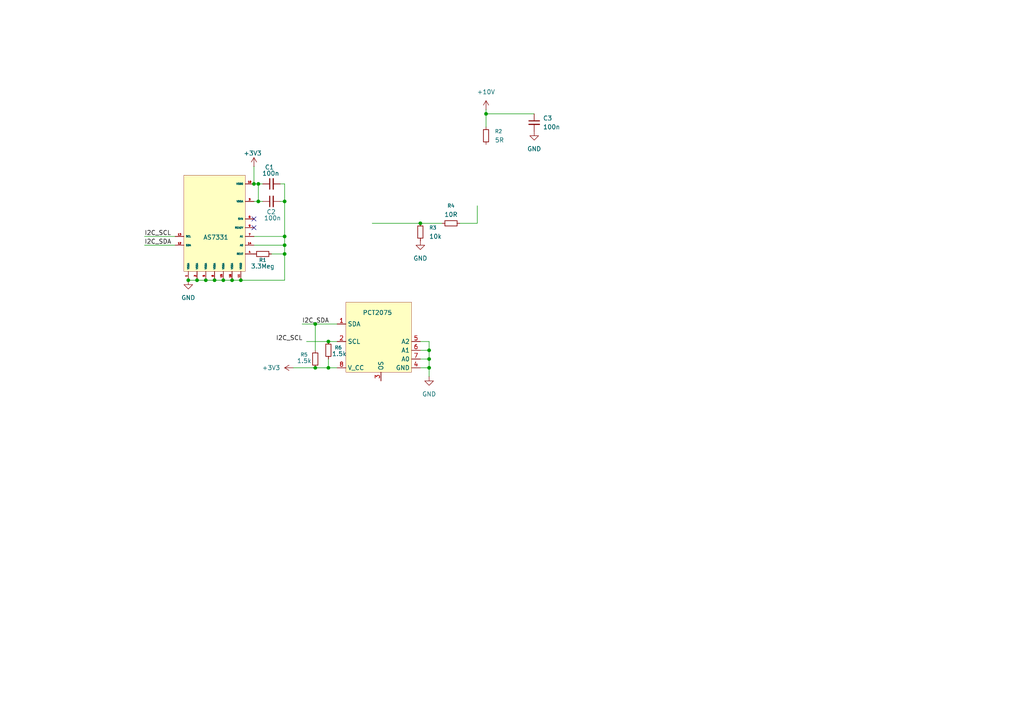
<source format=kicad_sch>
(kicad_sch (version 20250114) (generator "eeschema") (generator_version "9.0")
  (paper "A4")
  (lib_symbols
    (symbol "Device:C_Small" (pin_numbers (hide yes)) (pin_names (offset 0.254) (hide yes))
      (property "Reference" "C" (at 0.254 1.778 0))
      (property "Value" "C_Small" (at 0.254 -2.032 0))
      (symbol "C_Small_0_1"
        (polyline (pts (xy -1.524 0.508) (xy 1.524 0.508)) (stroke (width 0.3048)))
        (polyline (pts (xy -1.524 -0.508) (xy 1.524 -0.508)) (stroke (width 0.3302)))
      )
      (symbol "C_Small_1_1"
        (pin passive line (at 0 2.54 270) (length 2.032) (name "~") (number "1"))
        (pin passive line (at 0 -2.54 90) (length 2.032) (name "~") (number "2"))
      )
    )
    (symbol "Device:R_Small" (pin_numbers (hide yes)) (pin_names (offset 0.254) (hide yes))
      (property "Reference" "R" (at 0 0 90))
      (property "Value" "R_Small" (at 1.778 0 90))
      (symbol "R_Small_0_1"
        (rectangle (start -0.762 1.778) (end 0.762 -1.778) (stroke (width 0.2032)))
      )
      (symbol "R_Small_1_1"
        (pin passive line (at 0 2.54 270) (length 0.762) (name "~") (number "1"))
        (pin passive line (at 0 -2.54 90) (length 0.762) (name "~") (number "2"))
      )
    )
    (symbol "SO_Symbols:AS7331-AQFM"
      (property "Value" "AS7331" (at -3.302 -0.254 0))
      (symbol "AS7331-AQFM_1_1"
        (rectangle (start -8.89 17.78) (end 8.89 -10.16) (stroke (width 0.0065)) (fill (type background)))
        (pin input line (at -11.43 0 0) (length 2.54) (name "SCL") (number "13"))
        (pin open_collector line (at -11.43 -2.54 0) (length 2.54) (name "SDA") (number "12"))
        (pin power_in line (at -7.62 -12.7 90) (length 2.54) (name "VSSA") (number "1"))
        (pin power_in line (at -5.08 -12.7 90) (length 2.54) (name "VSSA") (number "2"))
        (pin power_in line (at -2.54 -12.7 90) (length 2.54) (name "VSSA") (number "5"))
        (pin power_in line (at 0 -12.7 90) (length 2.54) (name "VSSA") (number "6"))
        (pin power_in line (at 2.54 -12.7 90) (length 2.54) (name "VSSA") (number "15"))
        (pin power_in line (at 5.08 -12.7 90) (length 2.54) (name "VSSA") (number "16"))
        (pin power_in line (at 7.62 -12.7 90) (length 2.54) (name "VSSD") (number "11"))
        (pin power_in line (at 11.43 15.24 180) (length 2.54) (name "VDDD") (number "10"))
        (pin power_in line (at 11.43 10.16 180) (length 2.54) (name "VDDA") (number "3"))
        (pin input line (at 11.43 5.08 180) (length 2.54) (name "SYN") (number "8"))
        (pin output line (at 11.43 2.54 180) (length 2.54) (name "READY") (number "9"))
        (pin input line (at 11.43 0 180) (length 2.54) (name "A1") (number "7"))
        (pin input line (at 11.43 -2.54 180) (length 2.54) (name "A0") (number "14"))
        (pin passive line (at 11.43 -5.08 180) (length 2.54) (name "REXT") (number "4"))
      )
    )
    (symbol "power:+10V" (power) (pin_numbers (hide yes)) (pin_names (offset 0) (hide yes))
      (property "Value" "+10V" (at 0 3.556 0))
      (symbol "+10V_0_1"
        (polyline (pts (xy -0.762 1.27) (xy 0 2.54)))
        (polyline (pts (xy 0 2.54) (xy 0.762 1.27)))
        (polyline (pts (xy 0 0) (xy 0 2.54)))
      )
      (symbol "+10V_1_1"
        (pin power_in line (at 0 0 90) (length 0) (name "~") (number "1"))
      )
    )
    (symbol "power:+3V3" (power) (pin_numbers (hide yes)) (pin_names (offset 0) (hide yes))
      (property "Value" "+3V3" (at 0 3.556 0))
      (symbol "+3V3_0_1"
        (polyline (pts (xy -0.762 1.27) (xy 0 2.54)))
        (polyline (pts (xy 0 2.54) (xy 0.762 1.27)))
        (polyline (pts (xy 0 0) (xy 0 2.54)))
      )
      (symbol "+3V3_1_1"
        (pin power_in line (at 0 0 90) (length 0) (name "~") (number "1"))
      )
    )
    (symbol "power:GND" (power) (pin_numbers (hide yes)) (pin_names (offset 0) (hide yes))
      (property "Value" "GND" (at 0 -3.81 0))
      (symbol "GND_0_1"
        (polyline (pts (xy 0 0) (xy 0 -1.27) (xy 1.27 -1.27) (xy 0 -2.54) (xy -1.27 -1.27) (xy 0 -1.27)))
      )
      (symbol "GND_1_1"
        (pin power_in line (at 0 0 270) (length 0) (name "~") (number "1"))
      )
    )
    (symbol "so_26_obc_library:PCT2075"
      (property "Value" "PCT2075" (at 0.254 19.812 0))
      (symbol "PCT2075_1_1"
        (rectangle (start -8.89 22.86) (end 10.16 2.54) (stroke (width 0.0065)) (fill (type background)))
        (pin input line (at -11.43 16.51 0) (length 2.54) (name "SDA") (number "1"))
        (pin input line (at -11.43 11.43 0) (length 2.54) (name "SCL") (number "2"))
        (pin power_in line (at -11.43 3.81 0) (length 2.54) (name "V_CC") (number "8"))
        (pin input line (at 1.27 0 90) (length 2.54) (name "OS") (number "3"))
        (pin input line (at 12.7 11.43 180) (length 2.54) (name "A2") (number "5"))
        (pin input line (at 12.7 8.89 180) (length 2.54) (name "A1") (number "6"))
        (pin input line (at 12.7 6.35 180) (length 2.54) (name "A0") (number "7"))
        (pin input line (at 12.7 3.81 180) (length 2.54) (name "GND") (number "4"))
      )
    )
  )
  (junction (at 62.23 81.28))
  (junction (at 69.85 81.28))
  (junction (at 73.66 53.34))
  (junction (at 54.61 81.28))
  (junction (at 82.55 68.58))
  (junction (at 57.15 81.28))
  (junction (at 64.77 81.28))
  (junction (at 82.55 58.42))
  (junction (at 82.55 73.66))
  (junction (at 95.25 106.68))
  (junction (at 91.44 93.98))
  (junction (at 67.31 81.28))
  (junction (at 59.69 81.28))
  (junction (at 91.44 106.68))
  (junction (at 95.25 99.06))
  (junction (at 82.55 71.12))
  (junction (at 124.46 106.68))
  (junction (at 121.92 64.77))
  (junction (at 140.97 33.02))
  (junction (at 74.93 58.42))
  (junction (at 124.46 104.14))
  (junction (at 74.93 53.34))
  (junction (at 124.46 101.6))
  (no_connect (at 73.66 66.04))
  (no_connect (at 73.66 63.5))
  (wire (pts (xy 67.31 81.28) (xy 69.85 81.28)))
  (wire (pts (xy 91.44 93.98) (xy 91.44 101.6)))
  (wire (pts (xy 76.2 58.42) (xy 74.93 58.42)))
  (wire (pts (xy 121.92 104.14) (xy 124.46 104.14)))
  (wire (pts (xy 121.92 106.68) (xy 124.46 106.68)))
  (wire (pts (xy 74.93 53.34) (xy 76.2 53.34)))
  (wire (pts (xy 88.9 99.06) (xy 95.25 99.06)))
  (wire (pts (xy 81.28 53.34) (xy 82.55 53.34)))
  (wire (pts (xy 124.46 99.06) (xy 124.46 101.6)))
  (wire (pts (xy 82.55 73.66) (xy 82.55 81.28)))
  (wire (pts (xy 73.66 53.34) (xy 74.93 53.34)))
  (wire (pts (xy 95.25 104.14) (xy 95.25 106.68)))
  (wire (pts (xy 82.55 71.12) (xy 82.55 73.66)))
  (wire (pts (xy 82.55 68.58) (xy 82.55 71.12)))
  (wire (pts (xy 78.74 73.66) (xy 82.55 73.66)))
  (wire (pts (xy 81.28 58.42) (xy 82.55 58.42)))
  (wire (pts (xy 74.93 58.42) (xy 73.66 58.42)))
  (wire (pts (xy 64.77 81.28) (xy 67.31 81.28)))
  (wire (pts (xy 97.79 106.68) (xy 95.25 106.68)))
  (wire (pts (xy 57.15 81.28) (xy 59.69 81.28)))
  (wire (pts (xy 124.46 101.6) (xy 124.46 104.14)))
  (wire (pts (xy 54.61 81.28) (xy 57.15 81.28)))
  (wire (pts (xy 95.25 99.06) (xy 97.79 99.06)))
  (wire (pts (xy 73.66 48.26) (xy 73.66 53.34)))
  (wire (pts (xy 87.63 93.98) (xy 91.44 93.98)))
  (wire (pts (xy 133.35 64.77) (xy 138.43 64.77)))
  (wire (pts (xy 154.94 33.02) (xy 140.97 33.02)))
  (wire (pts (xy 59.69 81.28) (xy 62.23 81.28)))
  (wire (pts (xy 121.92 99.06) (xy 124.46 99.06)))
  (wire (pts (xy 41.91 71.12) (xy 50.8 71.12)))
  (wire (pts (xy 140.97 33.02) (xy 140.97 36.83)))
  (wire (pts (xy 124.46 104.14) (xy 124.46 106.68)))
  (wire (pts (xy 62.23 81.28) (xy 64.77 81.28)))
  (wire (pts (xy 41.91 68.58) (xy 50.8 68.58)))
  (wire (pts (xy 91.44 106.68) (xy 95.25 106.68)))
  (wire (pts (xy 121.92 101.6) (xy 124.46 101.6)))
  (wire (pts (xy 91.44 93.98) (xy 97.79 93.98)))
  (wire (pts (xy 121.92 64.77) (xy 128.27 64.77)))
  (wire (pts (xy 138.43 59.69) (xy 138.43 64.77)))
  (wire (pts (xy 82.55 81.28) (xy 69.85 81.28)))
  (wire (pts (xy 140.97 33.02) (xy 140.97 31.75)))
  (wire (pts (xy 73.66 71.12) (xy 82.55 71.12)))
  (wire (pts (xy 74.93 53.34) (xy 74.93 58.42)))
  (wire (pts (xy 82.55 53.34) (xy 82.55 58.42)))
  (wire (pts (xy 124.46 106.68) (xy 124.46 109.22)))
  (wire (pts (xy 73.66 68.58) (xy 82.55 68.58)))
  (wire (pts (xy 82.55 58.42) (xy 82.55 68.58)))
  (wire (pts (xy 107.95 64.77) (xy 121.92 64.77)))
  (wire (pts (xy 85.09 106.68) (xy 91.44 106.68)))
  (label "I2C_SDA" (at 87.63 93.98 0))
  (label "I2C_SCL" (at 80.01 99.06 0))
  (label "I2C_SDA" (at 41.91 71.12 0))
  (label "I2C_SCL" (at 41.91 68.58 0))
  (symbol (lib_id "Device:R_Small") (at 140.97 39.37 0) (unit 1)
    (property "Reference" "R2" (at 143.51 38.0999 0) (effects (font (size 1.016 1.016)) (justify left)))
    (property "Value" "5R" (at 143.51 40.6399 0) (effects (justify left)))
    (property "Description" "Resistor, small symbol" (effects (hide yes)))
  )
  (symbol (lib_id "Device:C_Small") (at 154.94 35.56 0) (unit 1)
    (property "Reference" "C3" (at 157.48 34.2962 0) (effects (justify left)))
    (property "Value" "100n" (at 157.48 36.8362 0) (effects (justify left)))
    (property "Description" "Unpolarized capacitor, small symbol" (effects (hide yes)))
  )
  (symbol (lib_id "power:GND") (at 154.94 38.1 0) (unit 1)
    (property "Reference" "#PWR04" (effects (hide yes)))
    (property "Value" "GND" (at 154.94 43.18 0))
    (property "Description" "Power symbol creates a global label with name \"GND\" , ground" (effects (hide yes)))
  )
  (symbol (lib_id "power:+3V3") (at 73.66 48.26 0) (unit 1)
    (property "Reference" "#PWR01" (effects (hide yes)))
    (property "Value" "+3V3" (at 70.612 44.45 0) (effects (justify left)))
    (property "Description" "Power symbol creates a global label with name \"+3V3\"" (effects (hide yes)))
  )
  (symbol (lib_id "Device:R_Small") (at 95.25 101.6 0) (unit 1)
    (property "Reference" "R6" (at 97.028 100.838 0) (effects (font (size 1.016 1.016)) (justify left)))
    (property "Value" "1.5k" (at 96.266 102.616 0) (effects (justify left)))
    (property "Description" "Resistor, small symbol" (effects (hide yes)))
  )
  (symbol (lib_id "Device:R_Small") (at 91.44 104.14 0) (unit 1)
    (property "Reference" "R5" (at 87.122 102.87 0) (effects (font (size 1.016 1.016)) (justify left)))
    (property "Value" "1.5k" (at 86.106 104.648 0) (effects (justify left)))
    (property "Description" "Resistor, small symbol" (effects (hide yes)))
  )
  (symbol (lib_id "SO_Symbols:AS7331-AQFM") (at 62.23 68.58 0) (unit 1)
    (property "Reference" "U1" (effects (hide yes)))
    (property "Value" "AS7331" (at 58.928 68.834 0) (effects (justify left)))
    (property "Datasheet" "https://no.mouser.com/datasheet/3/5912/1/AS7331_DS001047_4_00.pdf" (effects (hide yes)))
  )
  (symbol (lib_id "power:+3V3") (at 85.09 106.68 90) (unit 1)
    (property "Reference" "#PWR07" (effects (hide yes)))
    (property "Value" "+3V3" (at 81.28 106.6799 90) (effects (justify left)))
    (property "Description" "Power symbol creates a global label with name \"+3V3\"" (effects (hide yes)))
  )
  (symbol (lib_id "Device:R_Small") (at 130.81 64.77 270) (unit 1)
    (property "Reference" "R4" (at 130.81 59.69 90) (effects (font (size 1.016 1.016))))
    (property "Value" "10R" (at 130.81 62.23 90))
    (property "Description" "Resistor, small symbol" (effects (hide yes)))
  )
  (symbol (lib_id "Device:C_Small") (at 78.74 58.42 90) (unit 1)
    (property "Reference" "C2" (at 80.01 61.468 90) (effects (justify left)))
    (property "Value" "100n" (at 81.534 63.246 90) (effects (justify left)))
    (property "Description" "Unpolarized capacitor, small symbol" (effects (hide yes)))
  )
  (symbol (lib_id "so_26_obc_library:PCT2075") (at 109.22 110.49 0) (unit 1)
    (property "Reference" "U2" (effects (hide yes)))
    (property "Value" "PCT2075" (at 109.474 90.678 0))
    (property "Datasheet" "https://www.nxp.com/docs/en/data-sheet/PCT2075.pdf" (effects (hide yes)))
  )
  (symbol (lib_id "Device:R_Small") (at 121.92 67.31 0) (unit 1)
    (property "Reference" "R3" (at 124.46 66.0399 0) (effects (font (size 1.016 1.016)) (justify left)))
    (property "Value" "10k" (at 124.46 68.5799 0) (effects (justify left)))
    (property "Description" "Resistor, small symbol" (effects (hide yes)))
  )
  (symbol (lib_id "Device:R_Small") (at 76.2 73.66 90) (unit 1)
    (property "Reference" "R1" (at 76.2 75.438 90) (effects (font (size 1.016 1.016))))
    (property "Value" "3.3Meg" (at 76.2 77.216 90))
    (property "Description" "Resistor, small symbol" (effects (hide yes)))
  )
  (symbol (lib_id "power:GND") (at 124.46 109.22 0) (unit 1)
    (property "Reference" "#PWR06" (effects (hide yes)))
    (property "Value" "GND" (at 124.46 114.3 0))
    (property "Description" "Power symbol creates a global label with name \"GND\" , ground" (effects (hide yes)))
  )
  (symbol (lib_id "power:+10V") (at 140.97 31.75 0) (unit 1)
    (property "Reference" "#PWR02" (effects (hide yes)))
    (property "Value" "+10V" (at 140.97 26.67 0))
    (property "Description" "Power symbol creates a global label with name \"+10V\"" (effects (hide yes)))
  )
  (symbol (lib_id "power:GND") (at 121.92 69.85 0) (unit 1)
    (property "Reference" "#PWR05" (effects (hide yes)))
    (property "Value" "GND" (at 121.92 74.93 0))
    (property "Description" "Power symbol creates a global label with name \"GND\" , ground" (effects (hide yes)))
  )
  (symbol (lib_id "power:GND") (at 54.61 81.28 0) (unit 1)
    (property "Reference" "#PWR03" (effects (hide yes)))
    (property "Value" "GND" (at 54.61 86.36 0))
    (property "Description" "Power symbol creates a global label with name \"GND\" , ground" (effects (hide yes)))
  )
  (symbol (lib_id "Device:C_Small") (at 78.74 53.34 90) (unit 1)
    (property "Reference" "C1" (at 79.502 48.514 90) (effects (justify left)))
    (property "Value" "100n" (at 81.026 50.292 90) (effects (justify left)))
    (property "Description" "Unpolarized capacitor, small symbol" (effects (hide yes)))
  )
)
</source>
